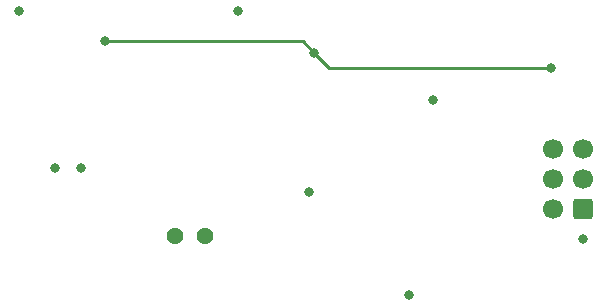
<source format=gbr>
%TF.GenerationSoftware,KiCad,Pcbnew,7.0.10*%
%TF.CreationDate,2024-11-01T14:14:09-04:00*%
%TF.ProjectId,pcb_v1,7063625f-7631-42e6-9b69-6361645f7063,rev?*%
%TF.SameCoordinates,Original*%
%TF.FileFunction,Copper,L2,Inr*%
%TF.FilePolarity,Positive*%
%FSLAX46Y46*%
G04 Gerber Fmt 4.6, Leading zero omitted, Abs format (unit mm)*
G04 Created by KiCad (PCBNEW 7.0.10) date 2024-11-01 14:14:09*
%MOMM*%
%LPD*%
G01*
G04 APERTURE LIST*
G04 Aperture macros list*
%AMRoundRect*
0 Rectangle with rounded corners*
0 $1 Rounding radius*
0 $2 $3 $4 $5 $6 $7 $8 $9 X,Y pos of 4 corners*
0 Add a 4 corners polygon primitive as box body*
4,1,4,$2,$3,$4,$5,$6,$7,$8,$9,$2,$3,0*
0 Add four circle primitives for the rounded corners*
1,1,$1+$1,$2,$3*
1,1,$1+$1,$4,$5*
1,1,$1+$1,$6,$7*
1,1,$1+$1,$8,$9*
0 Add four rect primitives between the rounded corners*
20,1,$1+$1,$2,$3,$4,$5,0*
20,1,$1+$1,$4,$5,$6,$7,0*
20,1,$1+$1,$6,$7,$8,$9,0*
20,1,$1+$1,$8,$9,$2,$3,0*%
G04 Aperture macros list end*
%TA.AperFunction,ComponentPad*%
%ADD10C,1.431000*%
%TD*%
%TA.AperFunction,ComponentPad*%
%ADD11RoundRect,0.250000X0.600000X0.600000X-0.600000X0.600000X-0.600000X-0.600000X0.600000X-0.600000X0*%
%TD*%
%TA.AperFunction,ComponentPad*%
%ADD12C,1.700000*%
%TD*%
%TA.AperFunction,ViaPad*%
%ADD13C,0.800000*%
%TD*%
%TA.AperFunction,Conductor*%
%ADD14C,0.250000*%
%TD*%
G04 APERTURE END LIST*
D10*
%TO.N,GND*%
%TO.C,D1*%
X123520000Y-120250000D03*
%TO.N,Net-(D1-A)*%
X120980000Y-120250000D03*
%TD*%
D11*
%TO.N,Net-(IC1-RXD0)*%
%TO.C,J1*%
X155500000Y-118000000D03*
D12*
%TO.N,Net-(IC1-TXD0)*%
X152960000Y-118000000D03*
%TO.N,GND*%
X155500000Y-115460000D03*
%TO.N,Net-(IC1-EN)*%
X152960000Y-115460000D03*
%TO.N,Net-(IC1-IO0)*%
X155500000Y-112920000D03*
%TO.N,Net-(IC3-VIN)*%
X152960000Y-112920000D03*
%TD*%
D13*
%TO.N,Net-(IC1-IO26)*%
X132250000Y-116500000D03*
X107750000Y-101250000D03*
%TO.N,Net-(IC2-GPIO8)*%
X126250000Y-101250000D03*
X140750000Y-125250000D03*
%TO.N,GND*%
X113000000Y-114500000D03*
%TO.N,Net-(IC3-VIN)*%
X110750000Y-114500000D03*
%TO.N,VDD*%
X115000000Y-103750000D03*
X152750000Y-106000000D03*
X132750000Y-104750000D03*
%TO.N,Net-(IC1-RXD0)*%
X155480000Y-120480000D03*
X142750000Y-108750000D03*
%TD*%
D14*
%TO.N,VDD*%
X131750000Y-103750000D02*
X132750000Y-104750000D01*
X134000000Y-106000000D02*
X132750000Y-104750000D01*
X115000000Y-103750000D02*
X131750000Y-103750000D01*
X152750000Y-106000000D02*
X134000000Y-106000000D01*
%TD*%
M02*

</source>
